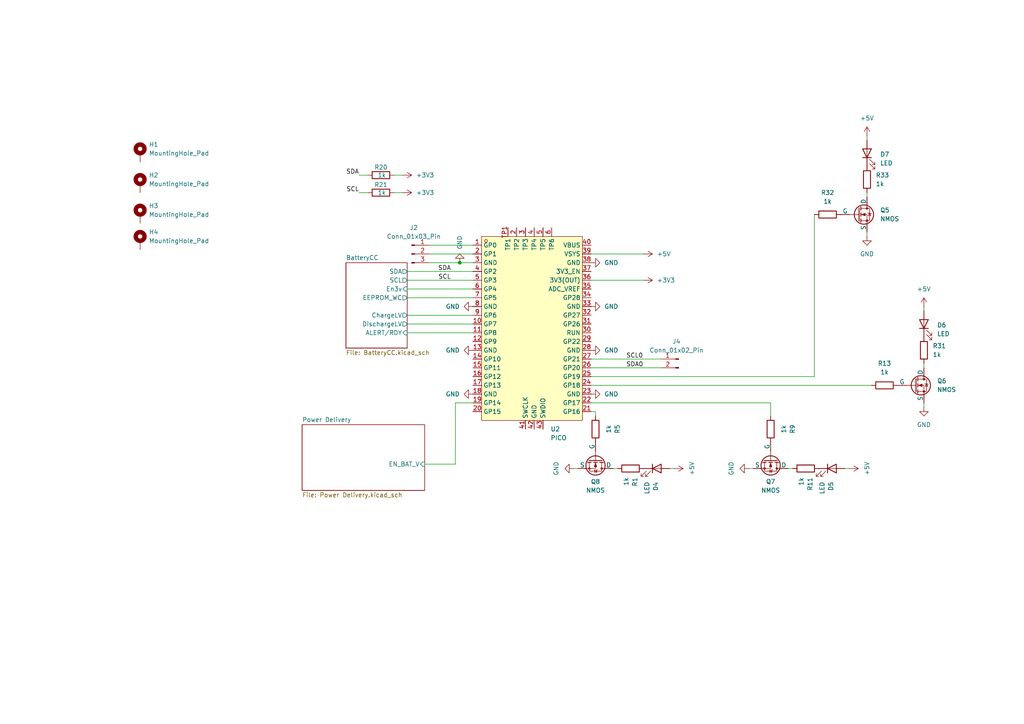
<source format=kicad_sch>
(kicad_sch (version 20250114) (generator "eeschema") (generator_version "9.0")
  (paper "A4")
  (lib_symbols
    (symbol "COMPONENTS:PICO"
      (property "Reference" "U" (at 0 34.29 0))
      (property "Value" "PICO" (at 0 -34.29 0))
      (symbol "PICO_0_1"
        (rectangle (start -15.24 26.67) (end 13.97 -26.67) (fill (type background)))
        (circle (center -13.97 25.4) (radius 0.38))
        (pin unspecified line (at -17.78 24.13 0) (length 2.54) (name "GP0") (number "1"))
        (pin unspecified line (at -17.78 21.59 0) (length 2.54) (name "GP1") (number "2"))
        (pin unspecified line (at -17.78 19.05 0) (length 2.54) (name "GND") (number "3"))
        (pin unspecified line (at -17.78 16.51 0) (length 2.54) (name "GP2") (number "4"))
        (pin unspecified line (at -17.78 13.97 0) (length 2.54) (name "GP3") (number "5"))
        (pin unspecified line (at -17.78 11.43 0) (length 2.54) (name "GP4") (number "6"))
        (pin unspecified line (at -17.78 8.89 0) (length 2.54) (name "GP5") (number "7"))
        (pin unspecified line (at -17.78 6.35 0) (length 2.54) (name "GND") (number "8"))
        (pin unspecified line (at -17.78 3.81 0) (length 2.54) (name "GP6") (number "9"))
        (pin unspecified line (at -17.78 1.27 0) (length 2.54) (name "GP7") (number "10"))
        (pin unspecified line (at -17.78 -1.27 0) (length 2.54) (name "GP8") (number "11"))
        (pin unspecified line (at -17.78 -3.81 0) (length 2.54) (name "GP9") (number "12"))
        (pin unspecified line (at -17.78 -6.35 0) (length 2.54) (name "GND") (number "13"))
        (pin unspecified line (at -17.78 -8.89 0) (length 2.54) (name "GP10") (number "14"))
        (pin unspecified line (at -17.78 -11.43 0) (length 2.54) (name "GP11") (number "15"))
        (pin unspecified line (at -17.78 -13.97 0) (length 2.54) (name "GP12") (number "16"))
        (pin unspecified line (at -17.78 -16.51 0) (length 2.54) (name "GP13") (number "17"))
        (pin unspecified line (at -17.78 -19.05 0) (length 2.54) (name "GND") (number "18"))
        (pin unspecified line (at -17.78 -21.59 0) (length 2.54) (name "GP14") (number "19"))
        (pin unspecified line (at -17.78 -24.13 0) (length 2.54) (name "GP15") (number "20"))
        (pin unspecified line (at -7.62 29.21 270) (length 2.54) (name "TP1") (number "TP1"))
        (pin unspecified line (at -5.08 29.21 270) (length 2.54) (name "TP2") (number "2"))
        (pin unspecified line (at -2.54 29.21 270) (length 2.54) (name "TP3") (number "3"))
        (pin unspecified line (at -2.54 -29.21 90) (length 2.54) (name "SWCLK") (number "41"))
        (pin unspecified line (at 0 29.21 270) (length 2.54) (name "TP4") (number "4"))
        (pin unspecified line (at 0 -29.21 90) (length 2.54) (name "GND") (number "42"))
        (pin unspecified line (at 2.54 29.21 270) (length 2.54) (name "TP5") (number "5"))
        (pin unspecified line (at 2.54 -29.21 90) (length 2.54) (name "SWDIO") (number "43"))
        (pin unspecified line (at 5.08 29.21 270) (length 2.54) (name "TP6") (number "6"))
        (pin unspecified line (at 16.51 24.13 180) (length 2.54) (name "VBUS") (number "40"))
        (pin unspecified line (at 16.51 21.59 180) (length 2.54) (name "VSYS") (number "39"))
        (pin unspecified line (at 16.51 19.05 180) (length 2.54) (name "GND") (number "38"))
        (pin unspecified line (at 16.51 16.51 180) (length 2.54) (name "3V3_EN") (number "37"))
        (pin unspecified line (at 16.51 13.97 180) (length 2.54) (name "3V3(OUT)") (number "36"))
        (pin unspecified line (at 16.51 11.43 180) (length 2.54) (name "ADC_VREF") (number "35"))
        (pin unspecified line (at 16.51 8.89 180) (length 2.54) (name "GP28") (number "34"))
        (pin unspecified line (at 16.51 6.35 180) (length 2.54) (name "GND") (number "33"))
        (pin unspecified line (at 16.51 3.81 180) (length 2.54) (name "GP27") (number "32"))
        (pin unspecified line (at 16.51 1.27 180) (length 2.54) (name "GP26") (number "31"))
        (pin unspecified line (at 16.51 -1.27 180) (length 2.54) (name "RUN") (number "30"))
        (pin unspecified line (at 16.51 -3.81 180) (length 2.54) (name "GP22") (number "29"))
        (pin unspecified line (at 16.51 -6.35 180) (length 2.54) (name "GND") (number "28"))
        (pin unspecified line (at 16.51 -8.89 180) (length 2.54) (name "GP21") (number "27"))
        (pin unspecified line (at 16.51 -11.43 180) (length 2.54) (name "GP20") (number "26"))
        (pin unspecified line (at 16.51 -13.97 180) (length 2.54) (name "GP19") (number "25"))
        (pin unspecified line (at 16.51 -16.51 180) (length 2.54) (name "GP18") (number "24"))
        (pin unspecified line (at 16.51 -19.05 180) (length 2.54) (name "GND") (number "23"))
        (pin unspecified line (at 16.51 -21.59 180) (length 2.54) (name "GP17") (number "22"))
        (pin unspecified line (at 16.51 -24.13 180) (length 2.54) (name "GP16") (number "21"))
      )
    )
    (symbol "Connector:Conn_01x02_Pin" (pin_names (offset 1.016) (hide yes))
      (property "Reference" "J" (at 0 2.54 0))
      (property "Value" "Conn_01x02_Pin" (at 0 -5.08 0))
      (symbol "Conn_01x02_Pin_1_1"
        (rectangle (start 0.8636 0.127) (end 0 -0.127) (stroke (width 0.1524)) (fill (type outline)))
        (rectangle (start 0.8636 -2.413) (end 0 -2.667) (stroke (width 0.1524)) (fill (type outline)))
        (polyline (pts (xy 1.27 0) (xy 0.8636 0)) (stroke (width 0.1524)))
        (polyline (pts (xy 1.27 -2.54) (xy 0.8636 -2.54)) (stroke (width 0.1524)))
        (pin passive line (at 5.08 0 180) (length 3.81) (name "Pin_1") (number "1"))
        (pin passive line (at 5.08 -2.54 180) (length 3.81) (name "Pin_2") (number "2"))
      )
    )
    (symbol "Connector:Conn_01x03_Pin" (pin_names (offset 1.016) (hide yes))
      (property "Reference" "J" (at 0 5.08 0))
      (property "Value" "Conn_01x03_Pin" (at 0 -5.08 0))
      (symbol "Conn_01x03_Pin_1_1"
        (rectangle (start 0.8636 2.667) (end 0 2.413) (stroke (width 0.1524)) (fill (type outline)))
        (rectangle (start 0.8636 0.127) (end 0 -0.127) (stroke (width 0.1524)) (fill (type outline)))
        (rectangle (start 0.8636 -2.413) (end 0 -2.667) (stroke (width 0.1524)) (fill (type outline)))
        (polyline (pts (xy 1.27 2.54) (xy 0.8636 2.54)) (stroke (width 0.1524)))
        (polyline (pts (xy 1.27 0) (xy 0.8636 0)) (stroke (width 0.1524)))
        (polyline (pts (xy 1.27 -2.54) (xy 0.8636 -2.54)) (stroke (width 0.1524)))
        (pin passive line (at 5.08 2.54 180) (length 3.81) (name "Pin_1") (number "1"))
        (pin passive line (at 5.08 0 180) (length 3.81) (name "Pin_2") (number "2"))
        (pin passive line (at 5.08 -2.54 180) (length 3.81) (name "Pin_3") (number "3"))
      )
    )
    (symbol "Device:LED" (pin_numbers (hide yes)) (pin_names (offset 1.016) (hide yes))
      (property "Reference" "D" (at 0 2.54 0))
      (property "Value" "LED" (at 0 -2.54 0))
      (symbol "LED_0_1"
        (polyline (pts (xy -3.048 -0.762) (xy -4.572 -2.286) (xy -3.81 -2.286) (xy -4.572 -2.286) (xy -4.572 -1.524)))
        (polyline (pts (xy -1.778 -0.762) (xy -3.302 -2.286) (xy -2.54 -2.286) (xy -3.302 -2.286) (xy -3.302 -1.524)))
        (polyline (pts (xy -1.27 0) (xy 1.27 0)))
        (polyline (pts (xy -1.27 -1.27) (xy -1.27 1.27)) (stroke (width 0.254)))
        (polyline (pts (xy 1.27 -1.27) (xy 1.27 1.27) (xy -1.27 0) (xy 1.27 -1.27)) (stroke (width 0.254)))
      )
      (symbol "LED_1_1"
        (pin passive line (at -3.81 0 0) (length 2.54) (name "K") (number "1"))
        (pin passive line (at 3.81 0 180) (length 2.54) (name "A") (number "2"))
      )
    )
    (symbol "Device:R" (pin_numbers (hide yes)) (pin_names (offset 0))
      (property "Reference" "R" (at 2.032 0 90))
      (property "Value" "R" (at 0 0 90))
      (symbol "R_0_1"
        (rectangle (start -1.016 -2.54) (end 1.016 2.54) (stroke (width 0.254)))
      )
      (symbol "R_1_1"
        (pin passive line (at 0 3.81 270) (length 1.27) (name "~") (number "1"))
        (pin passive line (at 0 -3.81 90) (length 1.27) (name "~") (number "2"))
      )
    )
    (symbol "Mechanical:MountingHole_Pad" (pin_numbers (hide yes)) (pin_names (offset 1.016) (hide yes)) (exclude_from_sim yes) (in_bom no)
      (property "Reference" "H" (at 0 6.35 0))
      (property "Value" "MountingHole_Pad" (at 0 4.445 0))
      (symbol "MountingHole_Pad_0_1"
        (circle (center 0 1.27) (radius 1.27) (stroke (width 1.27)))
      )
      (symbol "MountingHole_Pad_1_1"
        (pin input line (at 0 -2.54 90) (length 2.54) (name "1") (number "1"))
      )
    )
    (symbol "NMOS_1" (pin_numbers (hide yes)) (pin_names (offset 0))
      (property "Reference" "Q5" (at 6.35 1.2701 0))
      (property "Value" "NMOS" (at 6.35 -1.2699 0))
      (symbol "NMOS_1_0_1"
        (polyline (pts (xy 0.254 1.905) (xy 0.254 -1.905)) (stroke (width 0.254)))
        (polyline (pts (xy 0.254 0) (xy -2.54 0)))
        (polyline (pts (xy 0.762 2.286) (xy 0.762 1.27)) (stroke (width 0.254)))
        (polyline (pts (xy 0.762 0.508) (xy 0.762 -0.508)) (stroke (width 0.254)))
        (polyline (pts (xy 0.762 -1.27) (xy 0.762 -2.286)) (stroke (width 0.254)))
        (polyline (pts (xy 0.762 -1.778) (xy 3.302 -1.778) (xy 3.302 1.778) (xy 0.762 1.778)))
        (polyline (pts (xy 1.016 0) (xy 2.032 0.381) (xy 2.032 -0.381) (xy 1.016 0)) (fill (type outline)))
        (circle (center 1.651 0) (radius 2.794) (stroke (width 0.254)))
        (polyline (pts (xy 2.54 2.54) (xy 2.54 1.778)))
        (circle (center 2.54 1.778) (radius 0.254) (fill (type outline)))
        (circle (center 2.54 -1.778) (radius 0.254) (fill (type outline)))
        (polyline (pts (xy 2.54 -2.54) (xy 2.54 0) (xy 0.762 0)))
        (polyline (pts (xy 2.794 0.508) (xy 2.921 0.381) (xy 3.683 0.381) (xy 3.81 0.254)))
        (polyline (pts (xy 3.302 0.381) (xy 2.921 -0.254) (xy 3.683 -0.254) (xy 3.302 0.381)))
      )
      (symbol "NMOS_1_1_1"
        (pin input line (at -5.08 0 0) (length 2.54) (name "G") (number "1"))
        (pin passive line (at 2.54 5.08 270) (length 2.54) (name "D") (number "3"))
        (pin passive line (at 2.54 -5.08 90) (length 2.54) (name "S") (number "2"))
      )
    )
    (symbol "power:+3V3" (power) (pin_numbers (hide yes)) (pin_names (offset 0) (hide yes))
      (property "Value" "+3V3" (at 0 3.556 0))
      (symbol "+3V3_0_1"
        (polyline (pts (xy -0.762 1.27) (xy 0 2.54)))
        (polyline (pts (xy 0 2.54) (xy 0.762 1.27)))
        (polyline (pts (xy 0 0) (xy 0 2.54)))
      )
      (symbol "+3V3_1_1"
        (pin power_in line (at 0 0 90) (length 0) (name "~") (number "1"))
      )
    )
    (symbol "power:+5V" (power) (pin_numbers (hide yes)) (pin_names (offset 0) (hide yes))
      (property "Value" "+5V" (at 0 3.556 0))
      (symbol "+5V_0_1"
        (polyline (pts (xy -0.762 1.27) (xy 0 2.54)))
        (polyline (pts (xy 0 2.54) (xy 0.762 1.27)))
        (polyline (pts (xy 0 0) (xy 0 2.54)))
      )
      (symbol "+5V_1_1"
        (pin power_in line (at 0 0 90) (length 0) (name "~") (number "1"))
      )
    )
    (symbol "power:GND" (power) (pin_numbers (hide yes)) (pin_names (offset 0) (hide yes))
      (property "Value" "GND" (at 0 -3.81 0))
      (symbol "GND_0_1"
        (polyline (pts (xy 0 0) (xy 0 -1.27) (xy 1.27 -1.27) (xy 0 -2.54) (xy -1.27 -1.27) (xy 0 -1.27)))
      )
      (symbol "GND_1_1"
        (pin power_in line (at 0 0 270) (length 0) (name "~") (number "1"))
      )
    )
  )
  (junction (at 133.35 76.2))
  (wire (pts (xy 104.14 55.88) (xy 106.68 55.88)))
  (wire (pts (xy 251.46 67.31) (xy 251.46 68.58)))
  (wire (pts (xy 104.14 50.8) (xy 106.68 50.8)))
  (wire (pts (xy 132.08 134.62) (xy 123.19 134.62)))
  (wire (pts (xy 171.45 111.76) (xy 252.73 111.76)))
  (wire (pts (xy 118.11 91.44) (xy 137.16 91.44)))
  (wire (pts (xy 267.97 116.84) (xy 267.97 118.11)))
  (wire (pts (xy 118.11 83.82) (xy 137.16 83.82)))
  (wire (pts (xy 177.8 135.89) (xy 179.07 135.89)))
  (wire (pts (xy 171.45 116.84) (xy 223.52 116.84)))
  (wire (pts (xy 236.22 109.22) (xy 236.22 62.23)))
  (wire (pts (xy 171.45 109.22) (xy 236.22 109.22)))
  (wire (pts (xy 118.11 96.52) (xy 137.16 96.52)))
  (wire (pts (xy 251.46 57.15) (xy 251.46 55.88)))
  (wire (pts (xy 246.38 135.89) (xy 245.11 135.89)))
  (wire (pts (xy 116.84 50.8) (xy 114.3 50.8)))
  (wire (pts (xy 118.11 78.74) (xy 137.16 78.74)))
  (wire (pts (xy 124.46 71.12) (xy 137.16 71.12)))
  (wire (pts (xy 267.97 88.9) (xy 267.97 90.17)))
  (wire (pts (xy 118.11 86.36) (xy 137.16 86.36)))
  (wire (pts (xy 171.45 119.38) (xy 172.72 119.38)))
  (wire (pts (xy 191.77 106.68) (xy 171.45 106.68)))
  (wire (pts (xy 186.69 81.28) (xy 171.45 81.28)))
  (wire (pts (xy 218.44 135.89) (xy 217.17 135.89)))
  (wire (pts (xy 191.77 104.14) (xy 171.45 104.14)))
  (wire (pts (xy 195.58 135.89) (xy 194.31 135.89)))
  (wire (pts (xy 186.69 73.66) (xy 171.45 73.66)))
  (wire (pts (xy 132.08 116.84) (xy 132.08 134.62)))
  (wire (pts (xy 228.6 135.89) (xy 229.87 135.89)))
  (wire (pts (xy 251.46 39.37) (xy 251.46 40.64)))
  (wire (pts (xy 124.46 76.2) (xy 133.35 76.2)))
  (wire (pts (xy 223.52 116.84) (xy 223.52 120.65)))
  (wire (pts (xy 267.97 106.68) (xy 267.97 105.41)))
  (wire (pts (xy 124.46 73.66) (xy 137.16 73.66)))
  (wire (pts (xy 118.11 81.28) (xy 137.16 81.28)))
  (wire (pts (xy 116.84 55.88) (xy 114.3 55.88)))
  (wire (pts (xy 133.35 76.2) (xy 137.16 76.2)))
  (wire (pts (xy 118.11 93.98) (xy 137.16 93.98)))
  (wire (pts (xy 167.64 135.89) (xy 166.37 135.89)))
  (wire (pts (xy 172.72 119.38) (xy 172.72 120.65)))
  (wire (pts (xy 137.16 116.84) (xy 132.08 116.84)))
  (label "SDA" (at 104.14 50.8 180))
  (label "SCL" (at 130.81 81.28 180))
  (label "SCL" (at 104.14 55.88 180))
  (label "SDA0" (at 181.61 106.68 0))
  (label "SDA" (at 130.81 78.74 180))
  (label "SCL0" (at 181.61 104.14 0))
  (symbol (lib_id "Device:R") (at 110.49 50.8 90) (mirror x) (unit 1)
    (property "Reference" "R20" (at 110.49 48.514 90))
    (property "Value" "1k" (at 110.744 50.8 90))
    (property "Footprint" "Resistor_SMD:R_1206_3216Metric" (effects (hide yes)))
    (property "Description" "Resistor" (effects (hide yes)))
  )
  (symbol (lib_id "Mechanical:MountingHole_Pad") (at 40.64 62.23 0) (unit 1) (exclude_from_sim yes) (in_bom no)
    (property "Reference" "H3" (at 43.18 59.6899 0) (effects (justify left)))
    (property "Value" "MountingHole_Pad" (at 43.18 62.2299 0) (effects (justify left)))
    (property "Footprint" "MountingHole:MountingHole_3.2mm_M3_DIN965_Pad_TopBottom" (effects (hide yes)))
    (property "Description" "Mounting Hole with connection" (effects (hide yes)))
  )
  (symbol (lib_id "power:+3V3") (at 116.84 50.8 270) (mirror x) (unit 1)
    (property "Reference" "#PWR053" (effects (hide yes)))
    (property "Value" "+3V3" (at 120.65 50.8001 90) (effects (justify left)))
    (property "Description" "Power symbol creates a global label with name \"+3V3\"" (effects (hide yes)))
  )
  (symbol (lib_id "Device:R") (at 256.54 111.76 90) (unit 1)
    (property "Reference" "R13" (at 256.54 105.41 90))
    (property "Value" "1k" (at 256.54 107.95 90))
    (property "Footprint" "Resistor_SMD:R_1206_3216Metric" (effects (hide yes)))
    (property "Description" "Resistor" (effects (hide yes)))
  )
  (symbol (lib_id "Mechanical:MountingHole_Pad") (at 40.64 53.34 0) (unit 1) (exclude_from_sim yes) (in_bom no)
    (property "Reference" "H2" (at 43.18 50.7999 0) (effects (justify left)))
    (property "Value" "MountingHole_Pad" (at 43.18 53.3399 0) (effects (justify left)))
    (property "Footprint" "MountingHole:MountingHole_3.2mm_M3_DIN965_Pad_TopBottom" (effects (hide yes)))
    (property "Description" "Mounting Hole with connection" (effects (hide yes)))
  )
  (symbol (lib_id "power:+3V3") (at 186.69 81.28 270) (unit 1)
    (property "Reference" "#PWR057" (effects (hide yes)))
    (property "Value" "+3V3" (at 190.5 81.2799 90) (effects (justify left)))
    (property "Description" "Power symbol creates a global label with name \"+3V3\"" (effects (hide yes)))
  )
  (symbol (lib_id "power:+5V") (at 246.38 135.89 270) (unit 1)
    (property "Reference" "#PWR066" (effects (hide yes)))
    (property "Value" "+5V" (at 251.46 135.89 0))
    (property "Description" "Power symbol creates a global label with name \"+5V\"" (effects (hide yes)))
  )
  (symbol (lib_id "Device:R") (at 223.52 124.46 0) (unit 1)
    (property "Reference" "R9" (at 229.87 124.46 90))
    (property "Value" "1k" (at 227.33 124.46 90))
    (property "Footprint" "Resistor_SMD:R_1206_3216Metric" (effects (hide yes)))
    (property "Description" "Resistor" (effects (hide yes)))
  )
  (symbol (lib_id "Device:R") (at 240.03 62.23 90) (unit 1)
    (property "Reference" "R32" (at 240.03 55.88 90))
    (property "Value" "1k" (at 240.03 58.42 90))
    (property "Footprint" "Resistor_SMD:R_1206_3216Metric" (effects (hide yes)))
    (property "Description" "Resistor" (effects (hide yes)))
  )
  (symbol (lib_id "Device:R") (at 172.72 124.46 0) (unit 1)
    (property "Reference" "R5" (at 179.07 124.46 90))
    (property "Value" "1k" (at 176.53 124.46 90))
    (property "Footprint" "Resistor_SMD:R_1206_3216Metric" (effects (hide yes)))
    (property "Description" "Resistor" (effects (hide yes)))
  )
  (symbol (lib_id "Device:R") (at 182.88 135.89 270) (unit 1)
    (property "Reference" "R1" (at 184.1501 138.43 0) (effects (justify left)))
    (property "Value" "1k" (at 181.6101 138.43 0) (effects (justify left)))
    (property "Footprint" "Resistor_SMD:R_1206_3216Metric" (effects (hide yes)))
    (property "Description" "Resistor" (effects (hide yes)))
  )
  (symbol (lib_id "power:GND") (at 137.16 114.3 270) (mirror x) (unit 1)
    (property "Reference" "#PWR050" (effects (hide yes)))
    (property "Value" "GND" (at 133.35 114.2999 90) (effects (justify right)))
    (property "Description" "Power symbol creates a global label with name \"GND\" , ground" (effects (hide yes)))
  )
  (symbol (lib_id "power:GND") (at 166.37 135.89 270) (unit 1)
    (property "Reference" "#PWR070" (effects (hide yes)))
    (property "Value" "GND" (at 161.29 135.89 0))
    (property "Description" "Power symbol creates a global label with name \"GND\" , ground" (effects (hide yes)))
  )
  (symbol (lib_id "Mechanical:MountingHole_Pad") (at 40.64 69.85 0) (unit 1) (exclude_from_sim yes) (in_bom no)
    (property "Reference" "H4" (at 43.18 67.3099 0) (effects (justify left)))
    (property "Value" "MountingHole_Pad" (at 43.18 69.8499 0) (effects (justify left)))
    (property "Footprint" "MountingHole:MountingHole_3.2mm_M3_DIN965_Pad_TopBottom" (effects (hide yes)))
    (property "Description" "Mounting Hole with connection" (effects (hide yes)))
  )
  (symbol (lib_name "NMOS_1") (lib_id "Simulation_SPICE:NMOS") (at 248.92 62.23 0) (unit 1)
    (property "Reference" "Q5" (at 255.27 60.9599 0) (effects (justify left)))
    (property "Value" "NMOS" (at 255.27 63.4999 0) (effects (justify left)))
    (property "Footprint" "Package_TO_SOT_SMD:SOT-23" (effects (hide yes)))
    (property "Datasheet" "https://ngspice.sourceforge.io/docs/ngspice-html-manual/manual.xhtml#cha_MOSFETs" (effects (hide yes)))
    (property "Description" "N-MOSFET transistor, drain/source/gate" (effects (hide yes)))
    (property "Sim.Device" "NMOS" (effects (hide yes)))
    (property "Sim.Type" "VDMOS" (effects (hide yes)))
    (property "Sim.Pins" "1=D 2=G 3=S" (effects (hide yes)))
  )
  (symbol (lib_id "Connector:Conn_01x03_Pin") (at 119.38 73.66 0) (unit 1)
    (property "Reference" "J2" (at 120.015 66.04 0))
    (property "Value" "Conn_01x03_Pin" (at 120.015 68.58 0))
    (property "Footprint" "Connector_PinHeader_2.54mm:PinHeader_1x03_P2.54mm_Vertical" (effects (hide yes)))
    (property "Description" "Generic connector, single row, 01x03, script generated" (effects (hide yes)))
  )
  (symbol (lib_id "power:GND") (at 133.35 76.2 0) (mirror x) (unit 1)
    (property "Reference" "#PWR048" (effects (hide yes)))
    (property "Value" "GND" (at 133.3501 72.39 90) (effects (justify right)))
    (property "Description" "Power symbol creates a global label with name \"GND\" , ground" (effects (hide yes)))
  )
  (symbol (lib_id "Device:LED") (at 251.46 44.45 90) (unit 1)
    (property "Reference" "D7" (at 255.27 44.7674 90) (effects (justify right)))
    (property "Value" "LED" (at 255.27 47.3074 90) (effects (justify right)))
    (property "Footprint" "LED_SMD:LED_1206_3216Metric" (effects (hide yes)))
    (property "Description" "Light emitting diode" (effects (hide yes)))
    (property "Sim.Pins" "1=K 2=A" (effects (hide yes)))
  )
  (symbol (lib_id "power:+5V") (at 195.58 135.89 270) (unit 1)
    (property "Reference" "#PWR065" (effects (hide yes)))
    (property "Value" "+5V" (at 200.66 135.89 0))
    (property "Description" "Power symbol creates a global label with name \"+5V\"" (effects (hide yes)))
  )
  (symbol (lib_id "power:GND") (at 137.16 101.6 270) (mirror x) (unit 1)
    (property "Reference" "#PWR049" (effects (hide yes)))
    (property "Value" "GND" (at 133.35 101.5999 90) (effects (justify right)))
    (property "Description" "Power symbol creates a global label with name \"GND\" , ground" (effects (hide yes)))
  )
  (symbol (lib_id "Connector:Conn_01x02_Pin") (at 196.85 104.14 0) (mirror y) (unit 1)
    (property "Reference" "J4" (at 196.215 99.06 0))
    (property "Value" "Conn_01x02_Pin" (at 196.215 101.6 0))
    (property "Footprint" "Connector_PinHeader_2.54mm:PinHeader_1x02_P2.54mm_Vertical" (effects (hide yes)))
    (property "Description" "Generic connector, single row, 01x02, script generated" (effects (hide yes)))
  )
  (symbol (lib_id "Device:LED") (at 241.3 135.89 0) (unit 1)
    (property "Reference" "D5" (at 240.9826 139.7 90) (effects (justify right)))
    (property "Value" "LED" (at 238.4426 139.7 90) (effects (justify right)))
    (property "Footprint" "LED_SMD:LED_1206_3216Metric" (effects (hide yes)))
    (property "Description" "Light emitting diode" (effects (hide yes)))
    (property "Sim.Pins" "1=K 2=A" (effects (hide yes)))
  )
  (symbol (lib_id "power:GND") (at 171.45 114.3 90) (unit 1)
    (property "Reference" "#PWR051" (effects (hide yes)))
    (property "Value" "GND" (at 175.26 114.2999 90) (effects (justify right)))
    (property "Description" "Power symbol creates a global label with name \"GND\" , ground" (effects (hide yes)))
  )
  (symbol (lib_id "Mechanical:MountingHole_Pad") (at 40.64 44.45 0) (unit 1) (exclude_from_sim yes) (in_bom no)
    (property "Reference" "H1" (at 43.18 41.9099 0) (effects (justify left)))
    (property "Value" "MountingHole_Pad" (at 43.18 44.4499 0) (effects (justify left)))
    (property "Footprint" "MountingHole:MountingHole_3.2mm_M3_DIN965_Pad_TopBottom" (effects (hide yes)))
    (property "Description" "Mounting Hole with connection" (effects (hide yes)))
  )
  (symbol (lib_id "power:+5V") (at 267.97 88.9 0) (unit 1)
    (property "Reference" "#PWR067" (effects (hide yes)))
    (property "Value" "+5V" (at 267.97 83.82 0))
    (property "Description" "Power symbol creates a global label with name \"+5V\"" (effects (hide yes)))
  )
  (symbol (lib_name "NMOS_1") (lib_id "Simulation_SPICE:NMOS") (at 172.72 133.35 270) (unit 1)
    (property "Reference" "Q8" (at 172.72 139.7 90))
    (property "Value" "NMOS" (at 172.72 142.24 90))
    (property "Footprint" "Package_TO_SOT_SMD:SOT-23" (effects (hide yes)))
    (property "Datasheet" "https://ngspice.sourceforge.io/docs/ngspice-html-manual/manual.xhtml#cha_MOSFETs" (effects (hide yes)))
    (property "Description" "N-MOSFET transistor, drain/source/gate" (effects (hide yes)))
    (property "Sim.Device" "NMOS" (effects (hide yes)))
    (property "Sim.Type" "VDMOS" (effects (hide yes)))
    (property "Sim.Pins" "1=D 2=G 3=S" (effects (hide yes)))
  )
  (symbol (lib_id "power:GND") (at 251.46 68.58 0) (unit 1)
    (property "Reference" "#PWR073" (effects (hide yes)))
    (property "Value" "GND" (at 251.46 73.66 0))
    (property "Description" "Power symbol creates a global label with name \"GND\" , ground" (effects (hide yes)))
  )
  (symbol (lib_id "power:GND") (at 171.45 101.6 90) (unit 1)
    (property "Reference" "#PWR045" (effects (hide yes)))
    (property "Value" "GND" (at 175.26 101.5999 90) (effects (justify right)))
    (property "Description" "Power symbol creates a global label with name \"GND\" , ground" (effects (hide yes)))
  )
  (symbol (lib_id "Device:R") (at 233.68 135.89 270) (unit 1)
    (property "Reference" "R11" (at 234.9501 138.43 0) (effects (justify left)))
    (property "Value" "1k" (at 232.4101 138.43 0) (effects (justify left)))
    (property "Footprint" "Resistor_SMD:R_1206_3216Metric" (effects (hide yes)))
    (property "Description" "Resistor" (effects (hide yes)))
  )
  (symbol (lib_id "power:+3V3") (at 116.84 55.88 270) (mirror x) (unit 1)
    (property "Reference" "#PWR054" (effects (hide yes)))
    (property "Value" "+3V3" (at 120.65 55.8801 90) (effects (justify left)))
    (property "Description" "Power symbol creates a global label with name \"+3V3\"" (effects (hide yes)))
  )
  (symbol (lib_id "power:GND") (at 217.17 135.89 270) (unit 1)
    (property "Reference" "#PWR071" (effects (hide yes)))
    (property "Value" "GND" (at 212.09 135.89 0))
    (property "Description" "Power symbol creates a global label with name \"GND\" , ground" (effects (hide yes)))
  )
  (symbol (lib_id "power:+5V") (at 186.69 73.66 270) (unit 1)
    (property "Reference" "#PWR024" (effects (hide yes)))
    (property "Value" "+5V" (at 190.5 73.6599 90) (effects (justify left)))
    (property "Description" "Power symbol creates a global label with name \"+5V\"" (effects (hide yes)))
  )
  (symbol (lib_id "Device:R") (at 110.49 55.88 90) (mirror x) (unit 1)
    (property "Reference" "R21" (at 110.49 53.594 90))
    (property "Value" "1k" (at 110.744 55.88 90))
    (property "Footprint" "Resistor_SMD:R_1206_3216Metric" (effects (hide yes)))
    (property "Description" "Resistor" (effects (hide yes)))
  )
  (symbol (lib_name "NMOS_1") (lib_id "Simulation_SPICE:NMOS") (at 265.43 111.76 0) (unit 1)
    (property "Reference" "Q6" (at 271.78 110.4899 0) (effects (justify left)))
    (property "Value" "NMOS" (at 271.78 113.0299 0) (effects (justify left)))
    (property "Footprint" "Package_TO_SOT_SMD:SOT-23" (effects (hide yes)))
    (property "Datasheet" "https://ngspice.sourceforge.io/docs/ngspice-html-manual/manual.xhtml#cha_MOSFETs" (effects (hide yes)))
    (property "Description" "N-MOSFET transistor, drain/source/gate" (effects (hide yes)))
    (property "Sim.Device" "NMOS" (effects (hide yes)))
    (property "Sim.Type" "VDMOS" (effects (hide yes)))
    (property "Sim.Pins" "1=D 2=G 3=S" (effects (hide yes)))
  )
  (symbol (lib_id "Device:LED") (at 267.97 93.98 90) (unit 1)
    (property "Reference" "D6" (at 271.78 94.2974 90) (effects (justify right)))
    (property "Value" "LED" (at 271.78 96.8374 90) (effects (justify right)))
    (property "Footprint" "LED_SMD:LED_1206_3216Metric" (effects (hide yes)))
    (property "Description" "Light emitting diode" (effects (hide yes)))
    (property "Sim.Pins" "1=K 2=A" (effects (hide yes)))
  )
  (symbol (lib_id "Device:R") (at 251.46 52.07 0) (unit 1)
    (property "Reference" "R33" (at 254 50.7999 0) (effects (justify left)))
    (property "Value" "1k" (at 254 53.3399 0) (effects (justify left)))
    (property "Footprint" "Resistor_SMD:R_1206_3216Metric" (effects (hide yes)))
    (property "Description" "Resistor" (effects (hide yes)))
  )
  (symbol (lib_id "Device:R") (at 267.97 101.6 0) (unit 1)
    (property "Reference" "R31" (at 270.51 100.3299 0) (effects (justify left)))
    (property "Value" "1k" (at 270.51 102.8699 0) (effects (justify left)))
    (property "Footprint" "Resistor_SMD:R_1206_3216Metric" (effects (hide yes)))
    (property "Description" "Resistor" (effects (hide yes)))
  )
  (symbol (lib_id "power:GND") (at 267.97 118.11 0) (unit 1)
    (property "Reference" "#PWR072" (effects (hide yes)))
    (property "Value" "GND" (at 267.97 123.19 0))
    (property "Description" "Power symbol creates a global label with name \"GND\" , ground" (effects (hide yes)))
  )
  (symbol (lib_id "COMPONENTS:PICO") (at 154.94 95.25 0) (unit 1)
    (property "Reference" "U2" (at 159.6741 124.46 0) (effects (justify left)))
    (property "Value" "PICO" (at 159.6741 127 0) (effects (justify left)))
    (property "Footprint" "Module:RaspberryPi_Pico_Common_THT" (effects (hide yes)))
    (property "LCSC Part" "C7203002" (effects (hide yes)))
  )
  (symbol (lib_id "Device:LED") (at 190.5 135.89 0) (unit 1)
    (property "Reference" "D4" (at 190.1826 139.7 90) (effects (justify right)))
    (property "Value" "LED" (at 187.6426 139.7 90) (effects (justify right)))
    (property "Footprint" "LED_SMD:LED_1206_3216Metric" (effects (hide yes)))
    (property "Description" "Light emitting diode" (effects (hide yes)))
    (property "Sim.Pins" "1=K 2=A" (effects (hide yes)))
  )
  (symbol (lib_id "power:GND") (at 137.16 88.9 270) (mirror x) (unit 1)
    (property "Reference" "#PWR052" (effects (hide yes)))
    (property "Value" "GND" (at 133.35 88.8999 90) (effects (justify right)))
    (property "Description" "Power symbol creates a global label with name \"GND\" , ground" (effects (hide yes)))
  )
  (symbol (lib_id "power:GND") (at 171.45 76.2 90) (unit 1)
    (property "Reference" "#PWR047" (effects (hide yes)))
    (property "Value" "GND" (at 175.26 76.1999 90) (effects (justify right)))
    (property "Description" "Power symbol creates a global label with name \"GND\" , ground" (effects (hide yes)))
  )
  (symbol (lib_id "power:GND") (at 171.45 88.9 90) (unit 1)
    (property "Reference" "#PWR046" (effects (hide yes)))
    (property "Value" "GND" (at 175.26 88.8999 90) (effects (justify right)))
    (property "Description" "Power symbol creates a global label with name \"GND\" , ground" (effects (hide yes)))
  )
  (symbol (lib_name "NMOS_1") (lib_id "Simulation_SPICE:NMOS") (at 223.52 133.35 270) (unit 1)
    (property "Reference" "Q7" (at 223.52 139.7 90))
    (property "Value" "NMOS" (at 223.52 142.24 90))
    (property "Footprint" "Package_TO_SOT_SMD:SOT-23" (effects (hide yes)))
    (property "Datasheet" "https://ngspice.sourceforge.io/docs/ngspice-html-manual/manual.xhtml#cha_MOSFETs" (effects (hide yes)))
    (property "Description" "N-MOSFET transistor, drain/source/gate" (effects (hide yes)))
    (property "Sim.Device" "NMOS" (effects (hide yes)))
    (property "Sim.Type" "VDMOS" (effects (hide yes)))
    (property "Sim.Pins" "1=D 2=G 3=S" (effects (hide yes)))
  )
  (symbol (lib_id "power:+5V") (at 251.46 39.37 0) (unit 1)
    (property "Reference" "#PWR068" (effects (hide yes)))
    (property "Value" "+5V" (at 251.46 34.29 0))
    (property "Description" "Power symbol creates a global label with name \"+5V\"" (effects (hide yes)))
  )
  (sheet (at 87.63 123.19) (size 35.56 19.05) (stroke (width 0.1524))
    (property "Sheetname" "Power Delivery" (at 87.63 122.4784 0) (effects (justify left bottom)))
    (property "Sheetfile" "Power Delivery.kicad_sch" (at 87.63 142.8246 0) (effects (justify left top)))
    (pin "EN_BAT_V" input (at 123.19 134.62 0))
  )
  (sheet (at 100.33 76.2) (size 17.78 24.765) (stroke (width 0.1524))
    (property "Sheetname" "BatteryCC" (at 100.33 75.4884 0) (effects (justify left bottom)))
    (property "Sheetfile" "BatteryCC.kicad_sch" (at 100.33 101.5496 0) (effects (justify left top)))
    (pin "SDA" output (at 118.11 78.74 0))
    (pin "En3v" input (at 118.11 83.82 0))
    (pin "SCL" output (at 118.11 81.28 0))
    (pin "EEPROM_WC" output (at 118.11 86.36 0))
    (pin "ChargeLV" output (at 118.11 91.44 0))
    (pin "DischargeLV" output (at 118.11 93.98 0))
    (pin "ALERT{slash}RDY" input (at 118.11 96.52 0))
  )
)
</source>
